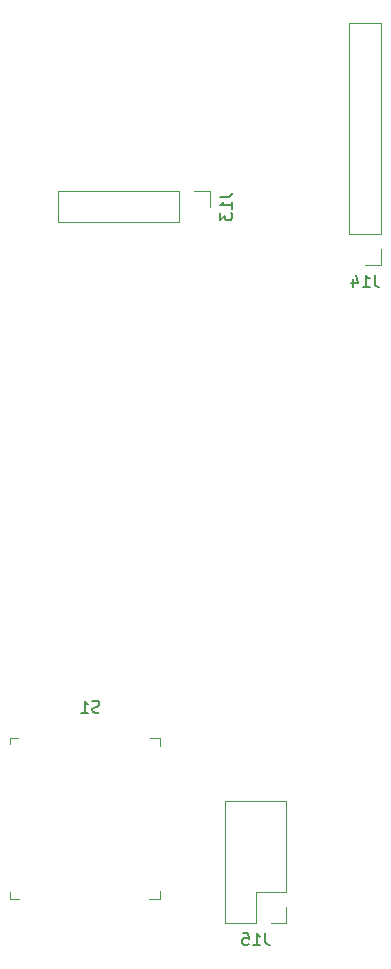
<source format=gbr>
%TF.GenerationSoftware,KiCad,Pcbnew,(5.1.8)-1*%
%TF.CreationDate,2020-12-09T14:15:50+00:00*%
%TF.ProjectId,Project,50726f6a-6563-4742-9e6b-696361645f70,rev?*%
%TF.SameCoordinates,Original*%
%TF.FileFunction,Legend,Bot*%
%TF.FilePolarity,Positive*%
%FSLAX46Y46*%
G04 Gerber Fmt 4.6, Leading zero omitted, Abs format (unit mm)*
G04 Created by KiCad (PCBNEW (5.1.8)-1) date 2020-12-09 14:15:50*
%MOMM*%
%LPD*%
G01*
G04 APERTURE LIST*
%ADD10C,0.120000*%
%ADD11C,0.100000*%
%ADD12C,0.150000*%
G04 APERTURE END LIST*
D10*
%TO.C,J14*%
X146000000Y-53110000D02*
X147330000Y-53110000D01*
X147330000Y-53110000D02*
X147330000Y-51780000D01*
X147330000Y-50510000D02*
X147330000Y-32670000D01*
X144670000Y-32670000D02*
X147330000Y-32670000D01*
X144670000Y-50510000D02*
X144670000Y-32670000D01*
X144670000Y-50510000D02*
X147330000Y-50510000D01*
D11*
%TO.C,S1*%
X127725000Y-106825000D02*
X128675000Y-106825000D01*
X128675000Y-106825000D02*
X128675000Y-106150000D01*
X127825000Y-93175000D02*
X128675000Y-93175000D01*
X128675000Y-93175000D02*
X128675000Y-93850000D01*
X115925000Y-106250000D02*
X115925000Y-106825000D01*
X115925000Y-106825000D02*
X116725000Y-106825000D01*
X116625000Y-93175000D02*
X115925000Y-93175000D01*
X115925000Y-93175000D02*
X115925000Y-93675000D01*
D10*
%TO.C,J13*%
X130230000Y-49530000D02*
X130230000Y-46870000D01*
X130230000Y-49530000D02*
X120010000Y-49530000D01*
X120010000Y-49530000D02*
X120010000Y-46870000D01*
X130230000Y-46870000D02*
X120010000Y-46870000D01*
X132830000Y-46870000D02*
X131500000Y-46870000D01*
X132830000Y-48200000D02*
X132830000Y-46870000D01*
%TO.C,J15*%
X138000000Y-108830000D02*
X139330000Y-108830000D01*
X139330000Y-108830000D02*
X139330000Y-107500000D01*
X136730000Y-108830000D02*
X136730000Y-106230000D01*
X136730000Y-106230000D02*
X139330000Y-106230000D01*
X139330000Y-106230000D02*
X139330000Y-98550000D01*
X134130000Y-98550000D02*
X139330000Y-98550000D01*
X134130000Y-108830000D02*
X134130000Y-98550000D01*
X134130000Y-108830000D02*
X136730000Y-108830000D01*
%TO.C,J14*%
D12*
X146809523Y-54002380D02*
X146809523Y-54716666D01*
X146857142Y-54859523D01*
X146952380Y-54954761D01*
X147095238Y-55002380D01*
X147190476Y-55002380D01*
X145809523Y-55002380D02*
X146380952Y-55002380D01*
X146095238Y-55002380D02*
X146095238Y-54002380D01*
X146190476Y-54145238D01*
X146285714Y-54240476D01*
X146380952Y-54288095D01*
X144952380Y-54335714D02*
X144952380Y-55002380D01*
X145190476Y-53954761D02*
X145428571Y-54669047D01*
X144809523Y-54669047D01*
%TO.C,S1*%
X123486904Y-91004761D02*
X123344047Y-91052380D01*
X123105952Y-91052380D01*
X123010714Y-91004761D01*
X122963095Y-90957142D01*
X122915476Y-90861904D01*
X122915476Y-90766666D01*
X122963095Y-90671428D01*
X123010714Y-90623809D01*
X123105952Y-90576190D01*
X123296428Y-90528571D01*
X123391666Y-90480952D01*
X123439285Y-90433333D01*
X123486904Y-90338095D01*
X123486904Y-90242857D01*
X123439285Y-90147619D01*
X123391666Y-90100000D01*
X123296428Y-90052380D01*
X123058333Y-90052380D01*
X122915476Y-90100000D01*
X121963095Y-91052380D02*
X122534523Y-91052380D01*
X122248809Y-91052380D02*
X122248809Y-90052380D01*
X122344047Y-90195238D01*
X122439285Y-90290476D01*
X122534523Y-90338095D01*
%TO.C,J13*%
X133722380Y-47390476D02*
X134436666Y-47390476D01*
X134579523Y-47342857D01*
X134674761Y-47247619D01*
X134722380Y-47104761D01*
X134722380Y-47009523D01*
X134722380Y-48390476D02*
X134722380Y-47819047D01*
X134722380Y-48104761D02*
X133722380Y-48104761D01*
X133865238Y-48009523D01*
X133960476Y-47914285D01*
X134008095Y-47819047D01*
X133722380Y-48723809D02*
X133722380Y-49342857D01*
X134103333Y-49009523D01*
X134103333Y-49152380D01*
X134150952Y-49247619D01*
X134198571Y-49295238D01*
X134293809Y-49342857D01*
X134531904Y-49342857D01*
X134627142Y-49295238D01*
X134674761Y-49247619D01*
X134722380Y-49152380D01*
X134722380Y-48866666D01*
X134674761Y-48771428D01*
X134627142Y-48723809D01*
%TO.C,J15*%
X137539523Y-109722380D02*
X137539523Y-110436666D01*
X137587142Y-110579523D01*
X137682380Y-110674761D01*
X137825238Y-110722380D01*
X137920476Y-110722380D01*
X136539523Y-110722380D02*
X137110952Y-110722380D01*
X136825238Y-110722380D02*
X136825238Y-109722380D01*
X136920476Y-109865238D01*
X137015714Y-109960476D01*
X137110952Y-110008095D01*
X135634761Y-109722380D02*
X136110952Y-109722380D01*
X136158571Y-110198571D01*
X136110952Y-110150952D01*
X136015714Y-110103333D01*
X135777619Y-110103333D01*
X135682380Y-110150952D01*
X135634761Y-110198571D01*
X135587142Y-110293809D01*
X135587142Y-110531904D01*
X135634761Y-110627142D01*
X135682380Y-110674761D01*
X135777619Y-110722380D01*
X136015714Y-110722380D01*
X136110952Y-110674761D01*
X136158571Y-110627142D01*
%TD*%
M02*

</source>
